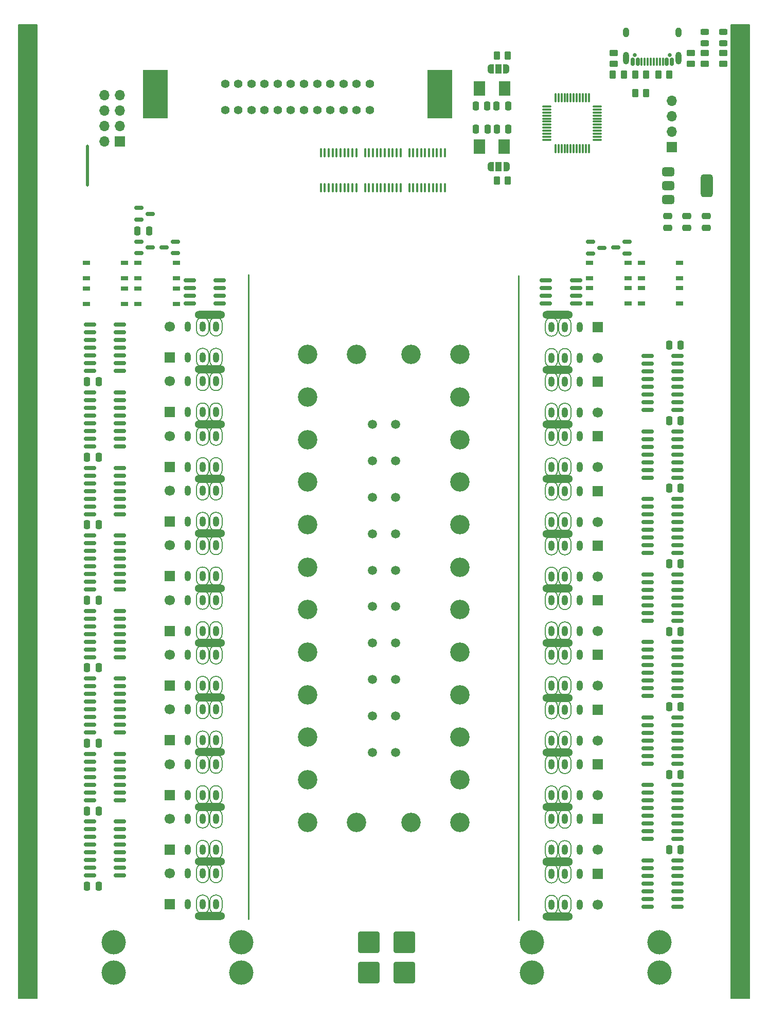
<source format=gbr>
%TF.GenerationSoftware,KiCad,Pcbnew,8.0.9-8.0.9-0~ubuntu24.04.1*%
%TF.CreationDate,2025-03-26T21:18:20+01:00*%
%TF.ProjectId,xResistorTranferBank,78526573-6973-4746-9f72-5472616e6665,rev?*%
%TF.SameCoordinates,Original*%
%TF.FileFunction,Soldermask,Top*%
%TF.FilePolarity,Negative*%
%FSLAX46Y46*%
G04 Gerber Fmt 4.6, Leading zero omitted, Abs format (unit mm)*
G04 Created by KiCad (PCBNEW 8.0.9-8.0.9-0~ubuntu24.04.1) date 2025-03-26 21:18:20*
%MOMM*%
%LPD*%
G01*
G04 APERTURE LIST*
G04 Aperture macros list*
%AMRoundRect*
0 Rectangle with rounded corners*
0 $1 Rounding radius*
0 $2 $3 $4 $5 $6 $7 $8 $9 X,Y pos of 4 corners*
0 Add a 4 corners polygon primitive as box body*
4,1,4,$2,$3,$4,$5,$6,$7,$8,$9,$2,$3,0*
0 Add four circle primitives for the rounded corners*
1,1,$1+$1,$2,$3*
1,1,$1+$1,$4,$5*
1,1,$1+$1,$6,$7*
1,1,$1+$1,$8,$9*
0 Add four rect primitives between the rounded corners*
20,1,$1+$1,$2,$3,$4,$5,0*
20,1,$1+$1,$4,$5,$6,$7,0*
20,1,$1+$1,$6,$7,$8,$9,0*
20,1,$1+$1,$8,$9,$2,$3,0*%
%AMFreePoly0*
4,1,19,0.550000,-0.750000,0.000000,-0.750000,0.000000,-0.744911,-0.071157,-0.744911,-0.207708,-0.704816,-0.327430,-0.627875,-0.420627,-0.520320,-0.479746,-0.390866,-0.500000,-0.250000,-0.500000,0.250000,-0.479746,0.390866,-0.420627,0.520320,-0.327430,0.627875,-0.207708,0.704816,-0.071157,0.744911,0.000000,0.744911,0.000000,0.750000,0.550000,0.750000,0.550000,-0.750000,0.550000,-0.750000,
$1*%
%AMFreePoly1*
4,1,19,0.000000,0.744911,0.071157,0.744911,0.207708,0.704816,0.327430,0.627875,0.420627,0.520320,0.479746,0.390866,0.500000,0.250000,0.500000,-0.250000,0.479746,-0.390866,0.420627,-0.520320,0.327430,-0.627875,0.207708,-0.704816,0.071157,-0.744911,0.000000,-0.744911,0.000000,-0.750000,-0.550000,-0.750000,-0.550000,0.750000,0.000000,0.750000,0.000000,0.744911,0.000000,0.744911,
$1*%
%AMFreePoly2*
4,1,5,2.000000,-4.000000,-2.000000,-4.000000,-2.000000,4.000000,2.000000,4.000000,2.000000,-4.000000,2.000000,-4.000000,$1*%
G04 Aperture macros list end*
%ADD10C,0.250000*%
%ADD11C,0.150000*%
%ADD12C,0.500000*%
%ADD13C,0.200000*%
%ADD14RoundRect,0.150000X-0.825000X-0.150000X0.825000X-0.150000X0.825000X0.150000X-0.825000X0.150000X0*%
%ADD15RoundRect,0.250000X0.250000X0.475000X-0.250000X0.475000X-0.250000X-0.475000X0.250000X-0.475000X0*%
%ADD16R,1.700000X1.700000*%
%ADD17O,1.000000X1.700000*%
%ADD18C,1.700000*%
%ADD19O,5.000000X1.300000*%
%ADD20RoundRect,0.150000X0.825000X0.150000X-0.825000X0.150000X-0.825000X-0.150000X0.825000X-0.150000X0*%
%ADD21R,1.200000X0.800000*%
%ADD22FreePoly0,180.000000*%
%ADD23R,1.000000X1.500000*%
%ADD24FreePoly1,180.000000*%
%ADD25RoundRect,0.250000X0.450000X-0.262500X0.450000X0.262500X-0.450000X0.262500X-0.450000X-0.262500X0*%
%ADD26RoundRect,0.243750X-0.456250X0.243750X-0.456250X-0.243750X0.456250X-0.243750X0.456250X0.243750X0*%
%ADD27RoundRect,0.250000X-0.450000X0.262500X-0.450000X-0.262500X0.450000X-0.262500X0.450000X0.262500X0*%
%ADD28O,1.700000X1.700000*%
%ADD29RoundRect,0.250000X0.262500X0.450000X-0.262500X0.450000X-0.262500X-0.450000X0.262500X-0.450000X0*%
%ADD30C,4.000000*%
%ADD31RoundRect,0.250002X1.499998X-1.499998X1.499998X1.499998X-1.499998X1.499998X-1.499998X-1.499998X0*%
%ADD32RoundRect,0.150000X-0.587500X-0.150000X0.587500X-0.150000X0.587500X0.150000X-0.587500X0.150000X0*%
%ADD33RoundRect,0.250000X-0.475000X0.250000X-0.475000X-0.250000X0.475000X-0.250000X0.475000X0.250000X0*%
%ADD34C,0.650000*%
%ADD35RoundRect,0.150000X0.150000X0.500000X-0.150000X0.500000X-0.150000X-0.500000X0.150000X-0.500000X0*%
%ADD36RoundRect,0.075000X0.075000X0.575000X-0.075000X0.575000X-0.075000X-0.575000X0.075000X-0.575000X0*%
%ADD37O,1.000000X2.100000*%
%ADD38O,1.000000X1.600000*%
%ADD39RoundRect,0.150000X0.587500X0.150000X-0.587500X0.150000X-0.587500X-0.150000X0.587500X-0.150000X0*%
%ADD40RoundRect,0.250000X-0.250000X-0.475000X0.250000X-0.475000X0.250000X0.475000X-0.250000X0.475000X0*%
%ADD41R,1.900000X2.400000*%
%ADD42RoundRect,0.375000X-0.625000X-0.375000X0.625000X-0.375000X0.625000X0.375000X-0.625000X0.375000X0*%
%ADD43RoundRect,0.500000X-0.500000X-1.400000X0.500000X-1.400000X0.500000X1.400000X-0.500000X1.400000X0*%
%ADD44C,3.200000*%
%ADD45C,1.500000*%
%ADD46RoundRect,0.100000X0.100000X-0.637500X0.100000X0.637500X-0.100000X0.637500X-0.100000X-0.637500X0*%
%ADD47RoundRect,0.250002X-1.499998X1.499998X-1.499998X-1.499998X1.499998X-1.499998X1.499998X1.499998X0*%
%ADD48C,1.400000*%
%ADD49FreePoly2,180.000000*%
%ADD50RoundRect,0.250000X-0.262500X-0.450000X0.262500X-0.450000X0.262500X0.450000X-0.262500X0.450000X0*%
%ADD51RoundRect,0.075000X-0.662500X-0.075000X0.662500X-0.075000X0.662500X0.075000X-0.662500X0.075000X0*%
%ADD52RoundRect,0.075000X-0.075000X-0.662500X0.075000X-0.662500X0.075000X0.662500X-0.075000X0.662500X0*%
G04 APERTURE END LIST*
D10*
X109700000Y-170400000D02*
X109700000Y-64300000D01*
D11*
X144657500Y-22984000D02*
X147657500Y-22984000D01*
X147657500Y-183234000D01*
X144657500Y-183234000D01*
X144657500Y-22984000D01*
G36*
X144657500Y-22984000D02*
G01*
X147657500Y-22984000D01*
X147657500Y-183234000D01*
X144657500Y-183234000D01*
X144657500Y-22984000D01*
G37*
X27407500Y-22984000D02*
X30407500Y-22984000D01*
X30407500Y-183234000D01*
X27407500Y-183234000D01*
X27407500Y-22984000D01*
G36*
X27407500Y-22984000D02*
G01*
X30407500Y-22984000D01*
X30407500Y-183234000D01*
X27407500Y-183234000D01*
X27407500Y-22984000D01*
G37*
D12*
X38700000Y-49400000D02*
X38700000Y-43000000D01*
D10*
X65200000Y-170200000D02*
X65200000Y-64100000D01*
D13*
%TO.C,K10*%
X56652650Y-126189600D02*
X56652650Y-127205600D01*
X56652650Y-131269600D02*
X56652650Y-132285600D01*
X58684650Y-127205600D02*
X58684650Y-126189600D01*
X58684650Y-132285600D02*
X58684650Y-131269600D01*
X58852650Y-126189600D02*
X58852650Y-127205600D01*
X58852650Y-131269600D02*
X58852650Y-132285600D01*
X60884650Y-127205600D02*
X60884650Y-126189600D01*
X60884650Y-132285600D02*
X60884650Y-131269600D01*
X56652650Y-126189600D02*
G75*
G02*
X58684650Y-126189600I1016000J0D01*
G01*
X56652650Y-131269600D02*
G75*
G02*
X58684650Y-131269600I1016000J0D01*
G01*
X58684650Y-127205600D02*
G75*
G02*
X56652650Y-127205600I-1016000J0D01*
G01*
X58684650Y-132285600D02*
G75*
G02*
X56652650Y-132285600I-1016000J0D01*
G01*
X58852650Y-126189600D02*
G75*
G02*
X60884650Y-126189600I1016000J0D01*
G01*
X58852650Y-131269600D02*
G75*
G02*
X60884650Y-131269600I1016000J0D01*
G01*
X60884650Y-127205600D02*
G75*
G02*
X58852650Y-127205600I-1016000J0D01*
G01*
X60884650Y-132285600D02*
G75*
G02*
X58852650Y-132285600I-1016000J0D01*
G01*
%TO.C,K22*%
X56652650Y-72189600D02*
X56652650Y-73205600D01*
X56652650Y-77269600D02*
X56652650Y-78285600D01*
X58684650Y-73205600D02*
X58684650Y-72189600D01*
X58684650Y-78285600D02*
X58684650Y-77269600D01*
X58852650Y-72189600D02*
X58852650Y-73205600D01*
X58852650Y-77269600D02*
X58852650Y-78285600D01*
X60884650Y-73205600D02*
X60884650Y-72189600D01*
X60884650Y-78285600D02*
X60884650Y-77269600D01*
X56652650Y-72189600D02*
G75*
G02*
X58684650Y-72189600I1016000J0D01*
G01*
X56652650Y-77269600D02*
G75*
G02*
X58684650Y-77269600I1016000J0D01*
G01*
X58684650Y-73205600D02*
G75*
G02*
X56652650Y-73205600I-1016000J0D01*
G01*
X58684650Y-78285600D02*
G75*
G02*
X56652650Y-78285600I-1016000J0D01*
G01*
X58852650Y-72189600D02*
G75*
G02*
X60884650Y-72189600I1016000J0D01*
G01*
X58852650Y-77269600D02*
G75*
G02*
X60884650Y-77269600I1016000J0D01*
G01*
X60884650Y-73205600D02*
G75*
G02*
X58852650Y-73205600I-1016000J0D01*
G01*
X60884650Y-78285600D02*
G75*
G02*
X58852650Y-78285600I-1016000J0D01*
G01*
%TO.C,K17*%
X114078550Y-90226000D02*
X114078550Y-91242000D01*
X114078550Y-95306000D02*
X114078550Y-96322000D01*
X116110550Y-91242000D02*
X116110550Y-90226000D01*
X116110550Y-96322000D02*
X116110550Y-95306000D01*
X116278550Y-90226000D02*
X116278550Y-91242000D01*
X116278550Y-95306000D02*
X116278550Y-96322000D01*
X118310550Y-91242000D02*
X118310550Y-90226000D01*
X118310550Y-96322000D02*
X118310550Y-95306000D01*
X114078550Y-90226000D02*
G75*
G02*
X116110550Y-90226000I1016000J0D01*
G01*
X114078550Y-95306000D02*
G75*
G02*
X116110550Y-95306000I1016000J0D01*
G01*
X116110550Y-91242000D02*
G75*
G02*
X114078550Y-91242000I-1016000J0D01*
G01*
X116110550Y-96322000D02*
G75*
G02*
X114078550Y-96322000I-1016000J0D01*
G01*
X116278550Y-90226000D02*
G75*
G02*
X118310550Y-90226000I1016000J0D01*
G01*
X116278550Y-95306000D02*
G75*
G02*
X118310550Y-95306000I1016000J0D01*
G01*
X118310550Y-91242000D02*
G75*
G02*
X116278550Y-91242000I-1016000J0D01*
G01*
X118310550Y-96322000D02*
G75*
G02*
X116278550Y-96322000I-1016000J0D01*
G01*
%TO.C,K13*%
X114078550Y-108226000D02*
X114078550Y-109242000D01*
X114078550Y-113306000D02*
X114078550Y-114322000D01*
X116110550Y-109242000D02*
X116110550Y-108226000D01*
X116110550Y-114322000D02*
X116110550Y-113306000D01*
X116278550Y-108226000D02*
X116278550Y-109242000D01*
X116278550Y-113306000D02*
X116278550Y-114322000D01*
X118310550Y-109242000D02*
X118310550Y-108226000D01*
X118310550Y-114322000D02*
X118310550Y-113306000D01*
X114078550Y-108226000D02*
G75*
G02*
X116110550Y-108226000I1016000J0D01*
G01*
X114078550Y-113306000D02*
G75*
G02*
X116110550Y-113306000I1016000J0D01*
G01*
X116110550Y-109242000D02*
G75*
G02*
X114078550Y-109242000I-1016000J0D01*
G01*
X116110550Y-114322000D02*
G75*
G02*
X114078550Y-114322000I-1016000J0D01*
G01*
X116278550Y-108226000D02*
G75*
G02*
X118310550Y-108226000I1016000J0D01*
G01*
X116278550Y-113306000D02*
G75*
G02*
X118310550Y-113306000I1016000J0D01*
G01*
X118310550Y-109242000D02*
G75*
G02*
X116278550Y-109242000I-1016000J0D01*
G01*
X118310550Y-114322000D02*
G75*
G02*
X116278550Y-114322000I-1016000J0D01*
G01*
%TO.C,K2*%
X56652650Y-162189600D02*
X56652650Y-163205600D01*
X56652650Y-167269600D02*
X56652650Y-168285600D01*
X58684650Y-163205600D02*
X58684650Y-162189600D01*
X58684650Y-168285600D02*
X58684650Y-167269600D01*
X58852650Y-162189600D02*
X58852650Y-163205600D01*
X58852650Y-167269600D02*
X58852650Y-168285600D01*
X60884650Y-163205600D02*
X60884650Y-162189600D01*
X60884650Y-168285600D02*
X60884650Y-167269600D01*
X56652650Y-162189600D02*
G75*
G02*
X58684650Y-162189600I1016000J0D01*
G01*
X56652650Y-167269600D02*
G75*
G02*
X58684650Y-167269600I1016000J0D01*
G01*
X58684650Y-163205600D02*
G75*
G02*
X56652650Y-163205600I-1016000J0D01*
G01*
X58684650Y-168285600D02*
G75*
G02*
X56652650Y-168285600I-1016000J0D01*
G01*
X58852650Y-162189600D02*
G75*
G02*
X60884650Y-162189600I1016000J0D01*
G01*
X58852650Y-167269600D02*
G75*
G02*
X60884650Y-167269600I1016000J0D01*
G01*
X60884650Y-163205600D02*
G75*
G02*
X58852650Y-163205600I-1016000J0D01*
G01*
X60884650Y-168285600D02*
G75*
G02*
X58852650Y-168285600I-1016000J0D01*
G01*
%TO.C,K8*%
X56652650Y-135189600D02*
X56652650Y-136205600D01*
X56652650Y-140269600D02*
X56652650Y-141285600D01*
X58684650Y-136205600D02*
X58684650Y-135189600D01*
X58684650Y-141285600D02*
X58684650Y-140269600D01*
X58852650Y-135189600D02*
X58852650Y-136205600D01*
X58852650Y-140269600D02*
X58852650Y-141285600D01*
X60884650Y-136205600D02*
X60884650Y-135189600D01*
X60884650Y-141285600D02*
X60884650Y-140269600D01*
X56652650Y-135189600D02*
G75*
G02*
X58684650Y-135189600I1016000J0D01*
G01*
X56652650Y-140269600D02*
G75*
G02*
X58684650Y-140269600I1016000J0D01*
G01*
X58684650Y-136205600D02*
G75*
G02*
X56652650Y-136205600I-1016000J0D01*
G01*
X58684650Y-141285600D02*
G75*
G02*
X56652650Y-141285600I-1016000J0D01*
G01*
X58852650Y-135189600D02*
G75*
G02*
X60884650Y-135189600I1016000J0D01*
G01*
X58852650Y-140269600D02*
G75*
G02*
X60884650Y-140269600I1016000J0D01*
G01*
X60884650Y-136205600D02*
G75*
G02*
X58852650Y-136205600I-1016000J0D01*
G01*
X60884650Y-141285600D02*
G75*
G02*
X58852650Y-141285600I-1016000J0D01*
G01*
%TO.C,K7*%
X114078550Y-135226000D02*
X114078550Y-136242000D01*
X114078550Y-140306000D02*
X114078550Y-141322000D01*
X116110550Y-136242000D02*
X116110550Y-135226000D01*
X116110550Y-141322000D02*
X116110550Y-140306000D01*
X116278550Y-135226000D02*
X116278550Y-136242000D01*
X116278550Y-140306000D02*
X116278550Y-141322000D01*
X118310550Y-136242000D02*
X118310550Y-135226000D01*
X118310550Y-141322000D02*
X118310550Y-140306000D01*
X114078550Y-135226000D02*
G75*
G02*
X116110550Y-135226000I1016000J0D01*
G01*
X114078550Y-140306000D02*
G75*
G02*
X116110550Y-140306000I1016000J0D01*
G01*
X116110550Y-136242000D02*
G75*
G02*
X114078550Y-136242000I-1016000J0D01*
G01*
X116110550Y-141322000D02*
G75*
G02*
X114078550Y-141322000I-1016000J0D01*
G01*
X116278550Y-135226000D02*
G75*
G02*
X118310550Y-135226000I1016000J0D01*
G01*
X116278550Y-140306000D02*
G75*
G02*
X118310550Y-140306000I1016000J0D01*
G01*
X118310550Y-136242000D02*
G75*
G02*
X116278550Y-136242000I-1016000J0D01*
G01*
X118310550Y-141322000D02*
G75*
G02*
X116278550Y-141322000I-1016000J0D01*
G01*
%TO.C,K16*%
X56652650Y-99189600D02*
X56652650Y-100205600D01*
X56652650Y-104269600D02*
X56652650Y-105285600D01*
X58684650Y-100205600D02*
X58684650Y-99189600D01*
X58684650Y-105285600D02*
X58684650Y-104269600D01*
X58852650Y-99189600D02*
X58852650Y-100205600D01*
X58852650Y-104269600D02*
X58852650Y-105285600D01*
X60884650Y-100205600D02*
X60884650Y-99189600D01*
X60884650Y-105285600D02*
X60884650Y-104269600D01*
X56652650Y-99189600D02*
G75*
G02*
X58684650Y-99189600I1016000J0D01*
G01*
X56652650Y-104269600D02*
G75*
G02*
X58684650Y-104269600I1016000J0D01*
G01*
X58684650Y-100205600D02*
G75*
G02*
X56652650Y-100205600I-1016000J0D01*
G01*
X58684650Y-105285600D02*
G75*
G02*
X56652650Y-105285600I-1016000J0D01*
G01*
X58852650Y-99189600D02*
G75*
G02*
X60884650Y-99189600I1016000J0D01*
G01*
X58852650Y-104269600D02*
G75*
G02*
X60884650Y-104269600I1016000J0D01*
G01*
X60884650Y-100205600D02*
G75*
G02*
X58852650Y-100205600I-1016000J0D01*
G01*
X60884650Y-105285600D02*
G75*
G02*
X58852650Y-105285600I-1016000J0D01*
G01*
%TO.C,K21*%
X114078550Y-72226000D02*
X114078550Y-73242000D01*
X114078550Y-77306000D02*
X114078550Y-78322000D01*
X116110550Y-73242000D02*
X116110550Y-72226000D01*
X116110550Y-78322000D02*
X116110550Y-77306000D01*
X116278550Y-72226000D02*
X116278550Y-73242000D01*
X116278550Y-77306000D02*
X116278550Y-78322000D01*
X118310550Y-73242000D02*
X118310550Y-72226000D01*
X118310550Y-78322000D02*
X118310550Y-77306000D01*
X114078550Y-72226000D02*
G75*
G02*
X116110550Y-72226000I1016000J0D01*
G01*
X114078550Y-77306000D02*
G75*
G02*
X116110550Y-77306000I1016000J0D01*
G01*
X116110550Y-73242000D02*
G75*
G02*
X114078550Y-73242000I-1016000J0D01*
G01*
X116110550Y-78322000D02*
G75*
G02*
X114078550Y-78322000I-1016000J0D01*
G01*
X116278550Y-72226000D02*
G75*
G02*
X118310550Y-72226000I1016000J0D01*
G01*
X116278550Y-77306000D02*
G75*
G02*
X118310550Y-77306000I1016000J0D01*
G01*
X118310550Y-73242000D02*
G75*
G02*
X116278550Y-73242000I-1016000J0D01*
G01*
X118310550Y-78322000D02*
G75*
G02*
X116278550Y-78322000I-1016000J0D01*
G01*
%TO.C,K3*%
X114078550Y-153226000D02*
X114078550Y-154242000D01*
X114078550Y-158306000D02*
X114078550Y-159322000D01*
X116110550Y-154242000D02*
X116110550Y-153226000D01*
X116110550Y-159322000D02*
X116110550Y-158306000D01*
X116278550Y-153226000D02*
X116278550Y-154242000D01*
X116278550Y-158306000D02*
X116278550Y-159322000D01*
X118310550Y-154242000D02*
X118310550Y-153226000D01*
X118310550Y-159322000D02*
X118310550Y-158306000D01*
X114078550Y-153226000D02*
G75*
G02*
X116110550Y-153226000I1016000J0D01*
G01*
X114078550Y-158306000D02*
G75*
G02*
X116110550Y-158306000I1016000J0D01*
G01*
X116110550Y-154242000D02*
G75*
G02*
X114078550Y-154242000I-1016000J0D01*
G01*
X116110550Y-159322000D02*
G75*
G02*
X114078550Y-159322000I-1016000J0D01*
G01*
X116278550Y-153226000D02*
G75*
G02*
X118310550Y-153226000I1016000J0D01*
G01*
X116278550Y-158306000D02*
G75*
G02*
X118310550Y-158306000I1016000J0D01*
G01*
X118310550Y-154242000D02*
G75*
G02*
X116278550Y-154242000I-1016000J0D01*
G01*
X118310550Y-159322000D02*
G75*
G02*
X116278550Y-159322000I-1016000J0D01*
G01*
%TO.C,K19*%
X114078550Y-81226000D02*
X114078550Y-82242000D01*
X114078550Y-86306000D02*
X114078550Y-87322000D01*
X116110550Y-82242000D02*
X116110550Y-81226000D01*
X116110550Y-87322000D02*
X116110550Y-86306000D01*
X116278550Y-81226000D02*
X116278550Y-82242000D01*
X116278550Y-86306000D02*
X116278550Y-87322000D01*
X118310550Y-82242000D02*
X118310550Y-81226000D01*
X118310550Y-87322000D02*
X118310550Y-86306000D01*
X114078550Y-81226000D02*
G75*
G02*
X116110550Y-81226000I1016000J0D01*
G01*
X114078550Y-86306000D02*
G75*
G02*
X116110550Y-86306000I1016000J0D01*
G01*
X116110550Y-82242000D02*
G75*
G02*
X114078550Y-82242000I-1016000J0D01*
G01*
X116110550Y-87322000D02*
G75*
G02*
X114078550Y-87322000I-1016000J0D01*
G01*
X116278550Y-81226000D02*
G75*
G02*
X118310550Y-81226000I1016000J0D01*
G01*
X116278550Y-86306000D02*
G75*
G02*
X118310550Y-86306000I1016000J0D01*
G01*
X118310550Y-82242000D02*
G75*
G02*
X116278550Y-82242000I-1016000J0D01*
G01*
X118310550Y-87322000D02*
G75*
G02*
X116278550Y-87322000I-1016000J0D01*
G01*
%TO.C,K15*%
X114078550Y-99226000D02*
X114078550Y-100242000D01*
X114078550Y-104306000D02*
X114078550Y-105322000D01*
X116110550Y-100242000D02*
X116110550Y-99226000D01*
X116110550Y-105322000D02*
X116110550Y-104306000D01*
X116278550Y-99226000D02*
X116278550Y-100242000D01*
X116278550Y-104306000D02*
X116278550Y-105322000D01*
X118310550Y-100242000D02*
X118310550Y-99226000D01*
X118310550Y-105322000D02*
X118310550Y-104306000D01*
X114078550Y-99226000D02*
G75*
G02*
X116110550Y-99226000I1016000J0D01*
G01*
X114078550Y-104306000D02*
G75*
G02*
X116110550Y-104306000I1016000J0D01*
G01*
X116110550Y-100242000D02*
G75*
G02*
X114078550Y-100242000I-1016000J0D01*
G01*
X116110550Y-105322000D02*
G75*
G02*
X114078550Y-105322000I-1016000J0D01*
G01*
X116278550Y-99226000D02*
G75*
G02*
X118310550Y-99226000I1016000J0D01*
G01*
X116278550Y-104306000D02*
G75*
G02*
X118310550Y-104306000I1016000J0D01*
G01*
X118310550Y-100242000D02*
G75*
G02*
X116278550Y-100242000I-1016000J0D01*
G01*
X118310550Y-105322000D02*
G75*
G02*
X116278550Y-105322000I-1016000J0D01*
G01*
%TO.C,K4*%
X56652650Y-153189600D02*
X56652650Y-154205600D01*
X56652650Y-158269600D02*
X56652650Y-159285600D01*
X58684650Y-154205600D02*
X58684650Y-153189600D01*
X58684650Y-159285600D02*
X58684650Y-158269600D01*
X58852650Y-153189600D02*
X58852650Y-154205600D01*
X58852650Y-158269600D02*
X58852650Y-159285600D01*
X60884650Y-154205600D02*
X60884650Y-153189600D01*
X60884650Y-159285600D02*
X60884650Y-158269600D01*
X56652650Y-153189600D02*
G75*
G02*
X58684650Y-153189600I1016000J0D01*
G01*
X56652650Y-158269600D02*
G75*
G02*
X58684650Y-158269600I1016000J0D01*
G01*
X58684650Y-154205600D02*
G75*
G02*
X56652650Y-154205600I-1016000J0D01*
G01*
X58684650Y-159285600D02*
G75*
G02*
X56652650Y-159285600I-1016000J0D01*
G01*
X58852650Y-153189600D02*
G75*
G02*
X60884650Y-153189600I1016000J0D01*
G01*
X58852650Y-158269600D02*
G75*
G02*
X60884650Y-158269600I1016000J0D01*
G01*
X60884650Y-154205600D02*
G75*
G02*
X58852650Y-154205600I-1016000J0D01*
G01*
X60884650Y-159285600D02*
G75*
G02*
X58852650Y-159285600I-1016000J0D01*
G01*
%TO.C,K9*%
X114078550Y-126226000D02*
X114078550Y-127242000D01*
X114078550Y-131306000D02*
X114078550Y-132322000D01*
X116110550Y-127242000D02*
X116110550Y-126226000D01*
X116110550Y-132322000D02*
X116110550Y-131306000D01*
X116278550Y-126226000D02*
X116278550Y-127242000D01*
X116278550Y-131306000D02*
X116278550Y-132322000D01*
X118310550Y-127242000D02*
X118310550Y-126226000D01*
X118310550Y-132322000D02*
X118310550Y-131306000D01*
X114078550Y-126226000D02*
G75*
G02*
X116110550Y-126226000I1016000J0D01*
G01*
X114078550Y-131306000D02*
G75*
G02*
X116110550Y-131306000I1016000J0D01*
G01*
X116110550Y-127242000D02*
G75*
G02*
X114078550Y-127242000I-1016000J0D01*
G01*
X116110550Y-132322000D02*
G75*
G02*
X114078550Y-132322000I-1016000J0D01*
G01*
X116278550Y-126226000D02*
G75*
G02*
X118310550Y-126226000I1016000J0D01*
G01*
X116278550Y-131306000D02*
G75*
G02*
X118310550Y-131306000I1016000J0D01*
G01*
X118310550Y-127242000D02*
G75*
G02*
X116278550Y-127242000I-1016000J0D01*
G01*
X118310550Y-132322000D02*
G75*
G02*
X116278550Y-132322000I-1016000J0D01*
G01*
%TO.C,K12*%
X56652650Y-117189600D02*
X56652650Y-118205600D01*
X56652650Y-122269600D02*
X56652650Y-123285600D01*
X58684650Y-118205600D02*
X58684650Y-117189600D01*
X58684650Y-123285600D02*
X58684650Y-122269600D01*
X58852650Y-117189600D02*
X58852650Y-118205600D01*
X58852650Y-122269600D02*
X58852650Y-123285600D01*
X60884650Y-118205600D02*
X60884650Y-117189600D01*
X60884650Y-123285600D02*
X60884650Y-122269600D01*
X56652650Y-117189600D02*
G75*
G02*
X58684650Y-117189600I1016000J0D01*
G01*
X56652650Y-122269600D02*
G75*
G02*
X58684650Y-122269600I1016000J0D01*
G01*
X58684650Y-118205600D02*
G75*
G02*
X56652650Y-118205600I-1016000J0D01*
G01*
X58684650Y-123285600D02*
G75*
G02*
X56652650Y-123285600I-1016000J0D01*
G01*
X58852650Y-117189600D02*
G75*
G02*
X60884650Y-117189600I1016000J0D01*
G01*
X58852650Y-122269600D02*
G75*
G02*
X60884650Y-122269600I1016000J0D01*
G01*
X60884650Y-118205600D02*
G75*
G02*
X58852650Y-118205600I-1016000J0D01*
G01*
X60884650Y-123285600D02*
G75*
G02*
X58852650Y-123285600I-1016000J0D01*
G01*
%TO.C,K1*%
X114081650Y-162229600D02*
X114081650Y-163245600D01*
X114081650Y-167309600D02*
X114081650Y-168325600D01*
X116113650Y-163245600D02*
X116113650Y-162229600D01*
X116113650Y-168325600D02*
X116113650Y-167309600D01*
X116281650Y-162229600D02*
X116281650Y-163245600D01*
X116281650Y-167309600D02*
X116281650Y-168325600D01*
X118313650Y-163245600D02*
X118313650Y-162229600D01*
X118313650Y-168325600D02*
X118313650Y-167309600D01*
X114081650Y-162229600D02*
G75*
G02*
X116113650Y-162229600I1016000J0D01*
G01*
X114081650Y-167309600D02*
G75*
G02*
X116113650Y-167309600I1016000J0D01*
G01*
X116113650Y-163245600D02*
G75*
G02*
X114081650Y-163245600I-1016000J0D01*
G01*
X116113650Y-168325600D02*
G75*
G02*
X114081650Y-168325600I-1016000J0D01*
G01*
X116281650Y-162229600D02*
G75*
G02*
X118313650Y-162229600I1016000J0D01*
G01*
X116281650Y-167309600D02*
G75*
G02*
X118313650Y-167309600I1016000J0D01*
G01*
X118313650Y-163245600D02*
G75*
G02*
X116281650Y-163245600I-1016000J0D01*
G01*
X118313650Y-168325600D02*
G75*
G02*
X116281650Y-168325600I-1016000J0D01*
G01*
%TO.C,K18*%
X56652650Y-90189600D02*
X56652650Y-91205600D01*
X56652650Y-95269600D02*
X56652650Y-96285600D01*
X58684650Y-91205600D02*
X58684650Y-90189600D01*
X58684650Y-96285600D02*
X58684650Y-95269600D01*
X58852650Y-90189600D02*
X58852650Y-91205600D01*
X58852650Y-95269600D02*
X58852650Y-96285600D01*
X60884650Y-91205600D02*
X60884650Y-90189600D01*
X60884650Y-96285600D02*
X60884650Y-95269600D01*
X56652650Y-90189600D02*
G75*
G02*
X58684650Y-90189600I1016000J0D01*
G01*
X56652650Y-95269600D02*
G75*
G02*
X58684650Y-95269600I1016000J0D01*
G01*
X58684650Y-91205600D02*
G75*
G02*
X56652650Y-91205600I-1016000J0D01*
G01*
X58684650Y-96285600D02*
G75*
G02*
X56652650Y-96285600I-1016000J0D01*
G01*
X58852650Y-90189600D02*
G75*
G02*
X60884650Y-90189600I1016000J0D01*
G01*
X58852650Y-95269600D02*
G75*
G02*
X60884650Y-95269600I1016000J0D01*
G01*
X60884650Y-91205600D02*
G75*
G02*
X58852650Y-91205600I-1016000J0D01*
G01*
X60884650Y-96285600D02*
G75*
G02*
X58852650Y-96285600I-1016000J0D01*
G01*
%TO.C,K20*%
X56652650Y-81189600D02*
X56652650Y-82205600D01*
X56652650Y-86269600D02*
X56652650Y-87285600D01*
X58684650Y-82205600D02*
X58684650Y-81189600D01*
X58684650Y-87285600D02*
X58684650Y-86269600D01*
X58852650Y-81189600D02*
X58852650Y-82205600D01*
X58852650Y-86269600D02*
X58852650Y-87285600D01*
X60884650Y-82205600D02*
X60884650Y-81189600D01*
X60884650Y-87285600D02*
X60884650Y-86269600D01*
X56652650Y-81189600D02*
G75*
G02*
X58684650Y-81189600I1016000J0D01*
G01*
X56652650Y-86269600D02*
G75*
G02*
X58684650Y-86269600I1016000J0D01*
G01*
X58684650Y-82205600D02*
G75*
G02*
X56652650Y-82205600I-1016000J0D01*
G01*
X58684650Y-87285600D02*
G75*
G02*
X56652650Y-87285600I-1016000J0D01*
G01*
X58852650Y-81189600D02*
G75*
G02*
X60884650Y-81189600I1016000J0D01*
G01*
X58852650Y-86269600D02*
G75*
G02*
X60884650Y-86269600I1016000J0D01*
G01*
X60884650Y-82205600D02*
G75*
G02*
X58852650Y-82205600I-1016000J0D01*
G01*
X60884650Y-87285600D02*
G75*
G02*
X58852650Y-87285600I-1016000J0D01*
G01*
%TO.C,K14*%
X56652650Y-108189600D02*
X56652650Y-109205600D01*
X56652650Y-113269600D02*
X56652650Y-114285600D01*
X58684650Y-109205600D02*
X58684650Y-108189600D01*
X58684650Y-114285600D02*
X58684650Y-113269600D01*
X58852650Y-108189600D02*
X58852650Y-109205600D01*
X58852650Y-113269600D02*
X58852650Y-114285600D01*
X60884650Y-109205600D02*
X60884650Y-108189600D01*
X60884650Y-114285600D02*
X60884650Y-113269600D01*
X56652650Y-108189600D02*
G75*
G02*
X58684650Y-108189600I1016000J0D01*
G01*
X56652650Y-113269600D02*
G75*
G02*
X58684650Y-113269600I1016000J0D01*
G01*
X58684650Y-109205600D02*
G75*
G02*
X56652650Y-109205600I-1016000J0D01*
G01*
X58684650Y-114285600D02*
G75*
G02*
X56652650Y-114285600I-1016000J0D01*
G01*
X58852650Y-108189600D02*
G75*
G02*
X60884650Y-108189600I1016000J0D01*
G01*
X58852650Y-113269600D02*
G75*
G02*
X60884650Y-113269600I1016000J0D01*
G01*
X60884650Y-109205600D02*
G75*
G02*
X58852650Y-109205600I-1016000J0D01*
G01*
X60884650Y-114285600D02*
G75*
G02*
X58852650Y-114285600I-1016000J0D01*
G01*
%TO.C,K6*%
X56652650Y-144189600D02*
X56652650Y-145205600D01*
X56652650Y-149269600D02*
X56652650Y-150285600D01*
X58684650Y-145205600D02*
X58684650Y-144189600D01*
X58684650Y-150285600D02*
X58684650Y-149269600D01*
X58852650Y-144189600D02*
X58852650Y-145205600D01*
X58852650Y-149269600D02*
X58852650Y-150285600D01*
X60884650Y-145205600D02*
X60884650Y-144189600D01*
X60884650Y-150285600D02*
X60884650Y-149269600D01*
X56652650Y-144189600D02*
G75*
G02*
X58684650Y-144189600I1016000J0D01*
G01*
X56652650Y-149269600D02*
G75*
G02*
X58684650Y-149269600I1016000J0D01*
G01*
X58684650Y-145205600D02*
G75*
G02*
X56652650Y-145205600I-1016000J0D01*
G01*
X58684650Y-150285600D02*
G75*
G02*
X56652650Y-150285600I-1016000J0D01*
G01*
X58852650Y-144189600D02*
G75*
G02*
X60884650Y-144189600I1016000J0D01*
G01*
X58852650Y-149269600D02*
G75*
G02*
X60884650Y-149269600I1016000J0D01*
G01*
X60884650Y-145205600D02*
G75*
G02*
X58852650Y-145205600I-1016000J0D01*
G01*
X60884650Y-150285600D02*
G75*
G02*
X58852650Y-150285600I-1016000J0D01*
G01*
%TO.C,K5*%
X114078550Y-144226000D02*
X114078550Y-145242000D01*
X114078550Y-149306000D02*
X114078550Y-150322000D01*
X116110550Y-145242000D02*
X116110550Y-144226000D01*
X116110550Y-150322000D02*
X116110550Y-149306000D01*
X116278550Y-144226000D02*
X116278550Y-145242000D01*
X116278550Y-149306000D02*
X116278550Y-150322000D01*
X118310550Y-145242000D02*
X118310550Y-144226000D01*
X118310550Y-150322000D02*
X118310550Y-149306000D01*
X114078550Y-144226000D02*
G75*
G02*
X116110550Y-144226000I1016000J0D01*
G01*
X114078550Y-149306000D02*
G75*
G02*
X116110550Y-149306000I1016000J0D01*
G01*
X116110550Y-145242000D02*
G75*
G02*
X114078550Y-145242000I-1016000J0D01*
G01*
X116110550Y-150322000D02*
G75*
G02*
X114078550Y-150322000I-1016000J0D01*
G01*
X116278550Y-144226000D02*
G75*
G02*
X118310550Y-144226000I1016000J0D01*
G01*
X116278550Y-149306000D02*
G75*
G02*
X118310550Y-149306000I1016000J0D01*
G01*
X118310550Y-145242000D02*
G75*
G02*
X116278550Y-145242000I-1016000J0D01*
G01*
X118310550Y-150322000D02*
G75*
G02*
X116278550Y-150322000I-1016000J0D01*
G01*
%TO.C,K11*%
X114078550Y-117226000D02*
X114078550Y-118242000D01*
X114078550Y-122306000D02*
X114078550Y-123322000D01*
X116110550Y-118242000D02*
X116110550Y-117226000D01*
X116110550Y-123322000D02*
X116110550Y-122306000D01*
X116278550Y-117226000D02*
X116278550Y-118242000D01*
X116278550Y-122306000D02*
X116278550Y-123322000D01*
X118310550Y-118242000D02*
X118310550Y-117226000D01*
X118310550Y-123322000D02*
X118310550Y-122306000D01*
X114078550Y-117226000D02*
G75*
G02*
X116110550Y-117226000I1016000J0D01*
G01*
X114078550Y-122306000D02*
G75*
G02*
X116110550Y-122306000I1016000J0D01*
G01*
X116110550Y-118242000D02*
G75*
G02*
X114078550Y-118242000I-1016000J0D01*
G01*
X116110550Y-123322000D02*
G75*
G02*
X114078550Y-123322000I-1016000J0D01*
G01*
X116278550Y-117226000D02*
G75*
G02*
X118310550Y-117226000I1016000J0D01*
G01*
X116278550Y-122306000D02*
G75*
G02*
X118310550Y-122306000I1016000J0D01*
G01*
X118310550Y-118242000D02*
G75*
G02*
X116278550Y-118242000I-1016000J0D01*
G01*
X118310550Y-123322000D02*
G75*
G02*
X116278550Y-123322000I-1016000J0D01*
G01*
%TD*%
D14*
%TO.C,U23*%
X130907500Y-124602000D03*
X130907500Y-125872000D03*
X130907500Y-127142000D03*
X130907500Y-128412000D03*
X130907500Y-129682000D03*
X130907500Y-130952000D03*
X130907500Y-132222000D03*
X130907500Y-133492000D03*
X135857500Y-133492000D03*
X135857500Y-132222000D03*
X135857500Y-130952000D03*
X135857500Y-129682000D03*
X135857500Y-128412000D03*
X135857500Y-127142000D03*
X135857500Y-125872000D03*
X135857500Y-124602000D03*
%TD*%
D15*
%TO.C,C12*%
X136332500Y-158797000D03*
X134432500Y-158797000D03*
%TD*%
D16*
%TO.C,K10*%
X52248650Y-131777600D03*
D17*
X55248650Y-131777600D03*
X57648650Y-131777600D03*
X59848650Y-131777600D03*
X59848650Y-126697600D03*
X57648650Y-126697600D03*
X55248650Y-126697600D03*
D18*
X52248650Y-126697600D03*
D19*
X58852650Y-133737600D03*
X58852650Y-124737600D03*
%TD*%
D20*
%TO.C,U18*%
X44086150Y-80001600D03*
X44086150Y-78731600D03*
X44086150Y-77461600D03*
X44086150Y-76191600D03*
X44086150Y-74921600D03*
X44086150Y-73651600D03*
X44086150Y-72381600D03*
X39136150Y-72381600D03*
X39136150Y-73651600D03*
X39136150Y-74921600D03*
X39136150Y-76191600D03*
X39136150Y-77461600D03*
X39136150Y-78731600D03*
X39136150Y-80001600D03*
%TD*%
D21*
%TO.C,U5*%
X121390500Y-66365000D03*
X121390500Y-68905000D03*
X127690500Y-68905000D03*
X127690500Y-66365000D03*
%TD*%
D22*
%TO.C,JP2*%
X107674500Y-30297000D03*
D23*
X106374500Y-30297000D03*
D24*
X105074500Y-30297000D03*
%TD*%
D16*
%TO.C,K22*%
X52248650Y-77777600D03*
D17*
X55248650Y-77777600D03*
X57648650Y-77777600D03*
X59848650Y-77777600D03*
X59848650Y-72697600D03*
X57648650Y-72697600D03*
X55248650Y-72697600D03*
D18*
X52248650Y-72697600D03*
D19*
X58852650Y-79737600D03*
X58852650Y-70737600D03*
%TD*%
D25*
%TO.C,R9*%
X140313500Y-29431500D03*
X140313500Y-27606500D03*
%TD*%
D15*
%TO.C,C13*%
X136332500Y-135252000D03*
X134432500Y-135252000D03*
%TD*%
D26*
%TO.C,D2*%
X143328500Y-24152500D03*
X143328500Y-26027500D03*
%TD*%
D16*
%TO.C,K17*%
X122714550Y-90734000D03*
D17*
X119714550Y-90734000D03*
X117314550Y-90734000D03*
X115114550Y-90734000D03*
X115114550Y-95814000D03*
X117314550Y-95814000D03*
X119714550Y-95814000D03*
D18*
X122714550Y-95814000D03*
D19*
X116110550Y-88774000D03*
X116110550Y-97774000D03*
%TD*%
D21*
%TO.C,U7*%
X53344300Y-64739400D03*
X53344300Y-62199400D03*
X47044300Y-62199400D03*
X47044300Y-64739400D03*
%TD*%
D27*
%TO.C,R3*%
X138027500Y-27606500D03*
X138027500Y-29431500D03*
%TD*%
D16*
%TO.C,J2*%
X134937500Y-43104000D03*
D28*
X134937500Y-40564000D03*
X134937500Y-38024000D03*
X134937500Y-35484000D03*
%TD*%
D14*
%TO.C,U21*%
X130907500Y-101052000D03*
X130907500Y-102322000D03*
X130907500Y-103592000D03*
X130907500Y-104862000D03*
X130907500Y-106132000D03*
X130907500Y-107402000D03*
X130907500Y-108672000D03*
X130907500Y-109942000D03*
X135857500Y-109942000D03*
X135857500Y-108672000D03*
X135857500Y-107402000D03*
X135857500Y-106132000D03*
X135857500Y-104862000D03*
X135857500Y-103592000D03*
X135857500Y-102322000D03*
X135857500Y-101052000D03*
%TD*%
D20*
%TO.C,U12*%
X44086150Y-150641600D03*
X44086150Y-149371600D03*
X44086150Y-148101600D03*
X44086150Y-146831600D03*
X44086150Y-145561600D03*
X44086150Y-144291600D03*
X44086150Y-143021600D03*
X39136150Y-143021600D03*
X39136150Y-144291600D03*
X39136150Y-145561600D03*
X39136150Y-146831600D03*
X39136150Y-148101600D03*
X39136150Y-149371600D03*
X39136150Y-150641600D03*
%TD*%
D29*
%TO.C,R6*%
X130685000Y-31186000D03*
X128860000Y-31186000D03*
%TD*%
D16*
%TO.C,K13*%
X122714550Y-108734000D03*
D17*
X119714550Y-108734000D03*
X117314550Y-108734000D03*
X115114550Y-108734000D03*
X115114550Y-113814000D03*
X117314550Y-113814000D03*
X119714550Y-113814000D03*
D18*
X122714550Y-113814000D03*
D19*
X116110550Y-106774000D03*
X116110550Y-115774000D03*
%TD*%
D16*
%TO.C,K2*%
X52248650Y-167777600D03*
D17*
X55248650Y-167777600D03*
X57648650Y-167777600D03*
X59848650Y-167777600D03*
X59848650Y-162697600D03*
X57648650Y-162697600D03*
X55248650Y-162697600D03*
D18*
X52248650Y-162697600D03*
D19*
X58852650Y-169737600D03*
X58852650Y-160737600D03*
%TD*%
D26*
%TO.C,D3*%
X140313500Y-24152500D03*
X140313500Y-26027500D03*
%TD*%
D16*
%TO.C,K8*%
X52248650Y-140777600D03*
D17*
X55248650Y-140777600D03*
X57648650Y-140777600D03*
X59848650Y-140777600D03*
X59848650Y-135697600D03*
X57648650Y-135697600D03*
X55248650Y-135697600D03*
D18*
X52248650Y-135697600D03*
D19*
X58852650Y-142737600D03*
X58852650Y-133737600D03*
%TD*%
D20*
%TO.C,U13*%
X44086150Y-139501600D03*
X44086150Y-138231600D03*
X44086150Y-136961600D03*
X44086150Y-135691600D03*
X44086150Y-134421600D03*
X44086150Y-133151600D03*
X44086150Y-131881600D03*
X44086150Y-130611600D03*
X39136150Y-130611600D03*
X39136150Y-131881600D03*
X39136150Y-133151600D03*
X39136150Y-134421600D03*
X39136150Y-135691600D03*
X39136150Y-136961600D03*
X39136150Y-138231600D03*
X39136150Y-139501600D03*
%TD*%
D30*
%TO.C,H1*%
X111875000Y-174000000D03*
X132875000Y-174000000D03*
D31*
X90875000Y-174000000D03*
%TD*%
D14*
%TO.C,U29*%
X114191500Y-65095000D03*
X114191500Y-66365000D03*
X114191500Y-67635000D03*
X114191500Y-68905000D03*
X119141500Y-68905000D03*
X119141500Y-67635000D03*
X119141500Y-66365000D03*
X119141500Y-65095000D03*
%TD*%
D32*
%TO.C,Q1*%
X47168000Y-53156000D03*
X47168000Y-55056000D03*
X49043000Y-54106000D03*
%TD*%
D21*
%TO.C,U4*%
X129899500Y-62174000D03*
X129899500Y-64714000D03*
X136199500Y-64714000D03*
X136199500Y-62174000D03*
%TD*%
D33*
%TO.C,C24*%
X134217500Y-54504000D03*
X134217500Y-56404000D03*
%TD*%
D16*
%TO.C,K7*%
X122714550Y-135734000D03*
D17*
X119714550Y-135734000D03*
X117314550Y-135734000D03*
X115114550Y-135734000D03*
X115114550Y-140814000D03*
X117314550Y-140814000D03*
X119714550Y-140814000D03*
D18*
X122714550Y-140814000D03*
D19*
X116110550Y-133774000D03*
X116110550Y-142774000D03*
%TD*%
D22*
%TO.C,JP1*%
X107682500Y-46359000D03*
D23*
X106382500Y-46359000D03*
D24*
X105082500Y-46359000D03*
%TD*%
D34*
%TO.C,J1*%
X134567500Y-27949000D03*
X128787500Y-27949000D03*
D35*
X134877500Y-29089000D03*
X134077500Y-29089000D03*
D36*
X132927500Y-29089000D03*
X131927500Y-29089000D03*
X131427500Y-29089000D03*
X130427500Y-29089000D03*
D35*
X129277500Y-29089000D03*
X128477500Y-29089000D03*
X128477500Y-29089000D03*
X129277500Y-29089000D03*
D36*
X129927500Y-29089000D03*
X130927500Y-29089000D03*
X132427500Y-29089000D03*
X133427500Y-29089000D03*
D35*
X134077500Y-29089000D03*
X134877500Y-29089000D03*
D37*
X135997500Y-28449000D03*
D38*
X135997500Y-24269000D03*
D37*
X127357500Y-28449000D03*
D38*
X127357500Y-24269000D03*
%TD*%
D15*
%TO.C,C25*%
X107952000Y-36393000D03*
X106052000Y-36393000D03*
%TD*%
D14*
%TO.C,U24*%
X130907500Y-137007000D03*
X130907500Y-138277000D03*
X130907500Y-139547000D03*
X130907500Y-140817000D03*
X130907500Y-142087000D03*
X130907500Y-143357000D03*
X130907500Y-144627000D03*
X135857500Y-144627000D03*
X135857500Y-143357000D03*
X135857500Y-142087000D03*
X135857500Y-140817000D03*
X135857500Y-139547000D03*
X135857500Y-138277000D03*
X135857500Y-137007000D03*
%TD*%
D21*
%TO.C,U9*%
X53344300Y-68930400D03*
X53344300Y-66390400D03*
X47044300Y-66390400D03*
X47044300Y-68930400D03*
%TD*%
D39*
%TO.C,Q5*%
X53216500Y-60599200D03*
X53216500Y-58699200D03*
X51341500Y-59649200D03*
%TD*%
D16*
%TO.C,K16*%
X52248650Y-104777600D03*
D17*
X55248650Y-104777600D03*
X57648650Y-104777600D03*
X59848650Y-104777600D03*
X59848650Y-99697600D03*
X57648650Y-99697600D03*
X55248650Y-99697600D03*
D18*
X52248650Y-99697600D03*
D19*
X58852650Y-106737600D03*
X58852650Y-97737600D03*
%TD*%
D16*
%TO.C,K21*%
X122714550Y-72734000D03*
D17*
X119714550Y-72734000D03*
X117314550Y-72734000D03*
X115114550Y-72734000D03*
X115114550Y-77814000D03*
X117314550Y-77814000D03*
X119714550Y-77814000D03*
D18*
X122714550Y-77814000D03*
D19*
X116110550Y-70774000D03*
X116110550Y-79774000D03*
%TD*%
D20*
%TO.C,U17*%
X44086150Y-92406600D03*
X44086150Y-91136600D03*
X44086150Y-89866600D03*
X44086150Y-88596600D03*
X44086150Y-87326600D03*
X44086150Y-86056600D03*
X44086150Y-84786600D03*
X44086150Y-83516600D03*
X39136150Y-83516600D03*
X39136150Y-84786600D03*
X39136150Y-86056600D03*
X39136150Y-87326600D03*
X39136150Y-88596600D03*
X39136150Y-89866600D03*
X39136150Y-91136600D03*
X39136150Y-92406600D03*
%TD*%
D40*
%TO.C,C16*%
X38657500Y-94159000D03*
X40557500Y-94159000D03*
%TD*%
%TO.C,C4*%
X38657500Y-117709000D03*
X40557500Y-117709000D03*
%TD*%
D16*
%TO.C,K3*%
X122714550Y-153734000D03*
D17*
X119714550Y-153734000D03*
X117314550Y-153734000D03*
X115114550Y-153734000D03*
X115114550Y-158814000D03*
X117314550Y-158814000D03*
X119714550Y-158814000D03*
D18*
X122714550Y-158814000D03*
D19*
X116110550Y-151774000D03*
X116110550Y-160774000D03*
%TD*%
D15*
%TO.C,C17*%
X136332500Y-146397000D03*
X134432500Y-146397000D03*
%TD*%
D16*
%TO.C,K19*%
X122714550Y-81734000D03*
D17*
X119714550Y-81734000D03*
X117314550Y-81734000D03*
X115114550Y-81734000D03*
X115114550Y-86814000D03*
X117314550Y-86814000D03*
X119714550Y-86814000D03*
D18*
X122714550Y-86814000D03*
D19*
X116110550Y-79774000D03*
X116110550Y-88774000D03*
%TD*%
D16*
%TO.C,K15*%
X122714550Y-99734000D03*
D17*
X119714550Y-99734000D03*
X117314550Y-99734000D03*
X115114550Y-99734000D03*
X115114550Y-104814000D03*
X117314550Y-104814000D03*
X119714550Y-104814000D03*
D18*
X122714550Y-104814000D03*
D19*
X116110550Y-97774000D03*
X116110550Y-106774000D03*
%TD*%
D16*
%TO.C,K4*%
X52248650Y-158777600D03*
D17*
X55248650Y-158777600D03*
X57648650Y-158777600D03*
X59848650Y-158777600D03*
X59848650Y-153697600D03*
X57648650Y-153697600D03*
X55248650Y-153697600D03*
D18*
X52248650Y-153697600D03*
D19*
X58852650Y-160737600D03*
X58852650Y-151737600D03*
%TD*%
D16*
%TO.C,K9*%
X122714550Y-126734000D03*
D17*
X119714550Y-126734000D03*
X117314550Y-126734000D03*
X115114550Y-126734000D03*
X115114550Y-131814000D03*
X117314550Y-131814000D03*
X119714550Y-131814000D03*
D18*
X122714550Y-131814000D03*
D19*
X116110550Y-124774000D03*
X116110550Y-133774000D03*
%TD*%
D15*
%TO.C,C7*%
X136332500Y-122852000D03*
X134432500Y-122852000D03*
%TD*%
D21*
%TO.C,U3*%
X121390500Y-62174000D03*
X121390500Y-64714000D03*
X127690500Y-64714000D03*
X127690500Y-62174000D03*
%TD*%
D14*
%TO.C,U25*%
X130907500Y-148147000D03*
X130907500Y-149417000D03*
X130907500Y-150687000D03*
X130907500Y-151957000D03*
X130907500Y-153227000D03*
X130907500Y-154497000D03*
X130907500Y-155767000D03*
X130907500Y-157037000D03*
X135857500Y-157037000D03*
X135857500Y-155767000D03*
X135857500Y-154497000D03*
X135857500Y-153227000D03*
X135857500Y-151957000D03*
X135857500Y-150687000D03*
X135857500Y-149417000D03*
X135857500Y-148147000D03*
%TD*%
D33*
%TO.C,C22*%
X137392500Y-54504000D03*
X137392500Y-56404000D03*
%TD*%
D40*
%TO.C,C10*%
X38661150Y-164796600D03*
X40561150Y-164796600D03*
%TD*%
D41*
%TO.C,Y1*%
X107327200Y-43082000D03*
X103227200Y-43082000D03*
%TD*%
D42*
%TO.C,U28*%
X134327500Y-47164000D03*
X134327500Y-49464000D03*
D43*
X140627500Y-49464000D03*
D42*
X134327500Y-51764000D03*
%TD*%
D20*
%TO.C,U30*%
X60492500Y-68905000D03*
X60492500Y-67635000D03*
X60492500Y-66365000D03*
X60492500Y-65095000D03*
X55542500Y-65095000D03*
X55542500Y-66365000D03*
X55542500Y-67635000D03*
X55542500Y-68905000D03*
%TD*%
D16*
%TO.C,K12*%
X52248650Y-122777600D03*
D17*
X55248650Y-122777600D03*
X57648650Y-122777600D03*
X59848650Y-122777600D03*
X59848650Y-117697600D03*
X57648650Y-117697600D03*
X55248650Y-117697600D03*
D18*
X52248650Y-117697600D03*
D19*
X58852650Y-124737600D03*
X58852650Y-115737600D03*
%TD*%
D21*
%TO.C,U6*%
X129899500Y-66365000D03*
X129899500Y-68905000D03*
X136199500Y-68905000D03*
X136199500Y-66365000D03*
%TD*%
D29*
%TO.C,R2*%
X127002000Y-31234000D03*
X125177000Y-31234000D03*
%TD*%
D15*
%TO.C,R1*%
X48850000Y-56900000D03*
X46950000Y-56900000D03*
%TD*%
D14*
%TO.C,U22*%
X130907500Y-113457000D03*
X130907500Y-114727000D03*
X130907500Y-115997000D03*
X130907500Y-117267000D03*
X130907500Y-118537000D03*
X130907500Y-119807000D03*
X130907500Y-121077000D03*
X135857500Y-121077000D03*
X135857500Y-119807000D03*
X135857500Y-118537000D03*
X135857500Y-117267000D03*
X135857500Y-115997000D03*
X135857500Y-114727000D03*
X135857500Y-113457000D03*
%TD*%
D39*
%TO.C,Q3*%
X127562700Y-60624600D03*
X127562700Y-58724600D03*
X125687700Y-59674600D03*
%TD*%
D44*
%TO.C,RN1*%
X74993150Y-154277600D03*
X82993150Y-154277600D03*
X91993150Y-154277600D03*
X99993150Y-154277600D03*
X74993150Y-147277600D03*
X99993150Y-147277600D03*
X74993150Y-140277600D03*
X99993150Y-140277600D03*
X74993150Y-133277600D03*
X99993150Y-133277600D03*
X74993150Y-126277600D03*
X99993150Y-126277600D03*
X74993150Y-119277600D03*
X99993150Y-119277600D03*
X74993150Y-112277600D03*
X99993150Y-112277600D03*
X74993150Y-105277600D03*
X99993150Y-105277600D03*
X74993150Y-98277600D03*
X99993150Y-98277600D03*
X74993150Y-91277600D03*
X99993150Y-91277600D03*
X74993150Y-84277600D03*
X99993150Y-84277600D03*
X74993150Y-77277600D03*
X82993150Y-77277600D03*
X91993150Y-77277600D03*
X99993150Y-77277600D03*
D45*
X89393150Y-142777600D03*
X89393150Y-136777600D03*
X89393150Y-130777600D03*
X89393150Y-124777600D03*
X89393150Y-118777600D03*
X89393150Y-112777600D03*
X89393150Y-106777600D03*
X89393150Y-100777600D03*
X89393150Y-94777600D03*
X89393150Y-88777600D03*
X85593150Y-88777600D03*
X85593150Y-94777600D03*
X85593150Y-100777600D03*
X85593150Y-106777600D03*
X85593150Y-112777600D03*
X85593150Y-118777600D03*
X85593150Y-124777600D03*
X85593150Y-130777600D03*
X85593150Y-136777600D03*
X85593150Y-142777600D03*
%TD*%
D46*
%TO.C,U1*%
X84403000Y-49798000D03*
X85053000Y-49798000D03*
X85703000Y-49798000D03*
X86353000Y-49798000D03*
X87003000Y-49798000D03*
X87653000Y-49798000D03*
X88303000Y-49798000D03*
X88953000Y-49798000D03*
X89603000Y-49798000D03*
X90253000Y-49798000D03*
X90253000Y-44073000D03*
X89603000Y-44073000D03*
X88953000Y-44073000D03*
X88303000Y-44073000D03*
X87653000Y-44073000D03*
X87003000Y-44073000D03*
X86353000Y-44073000D03*
X85703000Y-44073000D03*
X85053000Y-44073000D03*
X84403000Y-44073000D03*
%TD*%
D29*
%TO.C,R10*%
X107912000Y-28097000D03*
X106087000Y-28097000D03*
%TD*%
D15*
%TO.C,C20*%
X108007500Y-40203000D03*
X106107500Y-40203000D03*
%TD*%
D30*
%TO.C,H2*%
X64000000Y-179000000D03*
X43000000Y-179000000D03*
D47*
X85000000Y-179000000D03*
%TD*%
D15*
%TO.C,C15*%
X136332500Y-75757000D03*
X134432500Y-75757000D03*
%TD*%
D32*
%TO.C,Q2*%
X121519800Y-58734800D03*
X121519800Y-60634800D03*
X123394800Y-59684800D03*
%TD*%
D27*
%TO.C,R4*%
X125327500Y-27606500D03*
X125327500Y-29431500D03*
%TD*%
D14*
%TO.C,U20*%
X130907500Y-89912000D03*
X130907500Y-91182000D03*
X130907500Y-92452000D03*
X130907500Y-93722000D03*
X130907500Y-94992000D03*
X130907500Y-96262000D03*
X130907500Y-97532000D03*
X135857500Y-97532000D03*
X135857500Y-96262000D03*
X135857500Y-94992000D03*
X135857500Y-93722000D03*
X135857500Y-92452000D03*
X135857500Y-91182000D03*
X135857500Y-89912000D03*
%TD*%
D20*
%TO.C,U11*%
X44086150Y-163046600D03*
X44086150Y-161776600D03*
X44086150Y-160506600D03*
X44086150Y-159236600D03*
X44086150Y-157966600D03*
X44086150Y-156696600D03*
X44086150Y-155426600D03*
X44086150Y-154156600D03*
X39136150Y-154156600D03*
X39136150Y-155426600D03*
X39136150Y-156696600D03*
X39136150Y-157966600D03*
X39136150Y-159236600D03*
X39136150Y-160506600D03*
X39136150Y-161776600D03*
X39136150Y-163046600D03*
%TD*%
D16*
%TO.C,K1*%
X122717650Y-162737600D03*
D17*
X119717650Y-162737600D03*
X117317650Y-162737600D03*
X115117650Y-162737600D03*
X115117650Y-167817600D03*
X117317650Y-167817600D03*
X119717650Y-167817600D03*
D18*
X122717650Y-167817600D03*
D19*
X116113650Y-160777600D03*
X116113650Y-169777600D03*
%TD*%
D33*
%TO.C,C23*%
X140567500Y-54504000D03*
X140567500Y-56404000D03*
%TD*%
D40*
%TO.C,C8*%
X38661150Y-141251600D03*
X40561150Y-141251600D03*
%TD*%
D30*
%TO.C,H3*%
X111875000Y-179000000D03*
X132875000Y-179000000D03*
D31*
X90875000Y-179000000D03*
%TD*%
D16*
%TO.C,K18*%
X52248650Y-95777600D03*
D17*
X55248650Y-95777600D03*
X57648650Y-95777600D03*
X59848650Y-95777600D03*
X59848650Y-90697600D03*
X57648650Y-90697600D03*
X55248650Y-90697600D03*
D18*
X52248650Y-90697600D03*
D19*
X58852650Y-97737600D03*
X58852650Y-88737600D03*
%TD*%
D20*
%TO.C,U16*%
X44086150Y-103546600D03*
X44086150Y-102276600D03*
X44086150Y-101006600D03*
X44086150Y-99736600D03*
X44086150Y-98466600D03*
X44086150Y-97196600D03*
X44086150Y-95926600D03*
X39136150Y-95926600D03*
X39136150Y-97196600D03*
X39136150Y-98466600D03*
X39136150Y-99736600D03*
X39136150Y-101006600D03*
X39136150Y-102276600D03*
X39136150Y-103546600D03*
%TD*%
D30*
%TO.C,H4*%
X64000000Y-174000000D03*
X43000000Y-174000000D03*
D47*
X85000000Y-174000000D03*
%TD*%
D16*
%TO.C,K20*%
X52248650Y-86777600D03*
D17*
X55248650Y-86777600D03*
X57648650Y-86777600D03*
X59848650Y-86777600D03*
X59848650Y-81697600D03*
X57648650Y-81697600D03*
X55248650Y-81697600D03*
D18*
X52248650Y-81697600D03*
D19*
X58852650Y-88737600D03*
X58852650Y-79737600D03*
%TD*%
D16*
%TO.C,K14*%
X52248650Y-113777600D03*
D17*
X55248650Y-113777600D03*
X57648650Y-113777600D03*
X59848650Y-113777600D03*
X59848650Y-108697600D03*
X57648650Y-108697600D03*
X55248650Y-108697600D03*
D18*
X52248650Y-108697600D03*
D19*
X58852650Y-115737600D03*
X58852650Y-106737600D03*
%TD*%
D20*
%TO.C,U14*%
X44086150Y-127096600D03*
X44086150Y-125826600D03*
X44086150Y-124556600D03*
X44086150Y-123286600D03*
X44086150Y-122016600D03*
X44086150Y-120746600D03*
X44086150Y-119476600D03*
X39136150Y-119476600D03*
X39136150Y-120746600D03*
X39136150Y-122016600D03*
X39136150Y-123286600D03*
X39136150Y-124556600D03*
X39136150Y-125826600D03*
X39136150Y-127096600D03*
%TD*%
D14*
%TO.C,U19*%
X130907500Y-77507000D03*
X130907500Y-78777000D03*
X130907500Y-80047000D03*
X130907500Y-81317000D03*
X130907500Y-82587000D03*
X130907500Y-83857000D03*
X130907500Y-85127000D03*
X130907500Y-86397000D03*
X135857500Y-86397000D03*
X135857500Y-85127000D03*
X135857500Y-83857000D03*
X135857500Y-82587000D03*
X135857500Y-81317000D03*
X135857500Y-80047000D03*
X135857500Y-78777000D03*
X135857500Y-77507000D03*
%TD*%
D15*
%TO.C,C18*%
X136332500Y-88157000D03*
X134432500Y-88157000D03*
%TD*%
D29*
%TO.C,R11*%
X107901200Y-48610400D03*
X106076200Y-48610400D03*
%TD*%
%TO.C,R7*%
X130685000Y-34234000D03*
X128860000Y-34234000D03*
%TD*%
D20*
%TO.C,U15*%
X44086150Y-115951600D03*
X44086150Y-114681600D03*
X44086150Y-113411600D03*
X44086150Y-112141600D03*
X44086150Y-110871600D03*
X44086150Y-109601600D03*
X44086150Y-108331600D03*
X44086150Y-107061600D03*
X39136150Y-107061600D03*
X39136150Y-108331600D03*
X39136150Y-109601600D03*
X39136150Y-110871600D03*
X39136150Y-112141600D03*
X39136150Y-113411600D03*
X39136150Y-114681600D03*
X39136150Y-115951600D03*
%TD*%
D48*
%TO.C,J3*%
X61400000Y-37000000D03*
X63560000Y-37000000D03*
X65720000Y-37000000D03*
X67880000Y-37000000D03*
X70040000Y-37000000D03*
X72200000Y-37000000D03*
X74360000Y-37000000D03*
X76520000Y-37000000D03*
X78680000Y-37000000D03*
X80840000Y-37000000D03*
X83000000Y-37000000D03*
X85160000Y-37000000D03*
X61400000Y-32710000D03*
X63560000Y-32710000D03*
X65720000Y-32710000D03*
X67880000Y-32710000D03*
X70040000Y-32710000D03*
X72200000Y-32710000D03*
X74360000Y-32710000D03*
X76520000Y-32710000D03*
X78680000Y-32710000D03*
X80840000Y-32710000D03*
X83000000Y-32710000D03*
X85160000Y-32710000D03*
D49*
X96680000Y-34440000D03*
X49880000Y-34440000D03*
%TD*%
D25*
%TO.C,R8*%
X143328500Y-29431500D03*
X143328500Y-27606500D03*
%TD*%
D32*
%TO.C,Q4*%
X47173600Y-58709400D03*
X47173600Y-60609400D03*
X49048600Y-59659400D03*
%TD*%
D21*
%TO.C,U8*%
X44835300Y-64739400D03*
X44835300Y-62199400D03*
X38535300Y-62199400D03*
X38535300Y-64739400D03*
%TD*%
D15*
%TO.C,C19*%
X136332500Y-111702000D03*
X134432500Y-111702000D03*
%TD*%
D40*
%TO.C,C21*%
X102657500Y-40203000D03*
X104557500Y-40203000D03*
%TD*%
D16*
%TO.C,K6*%
X52248650Y-149777600D03*
D17*
X55248650Y-149777600D03*
X57648650Y-149777600D03*
X59848650Y-149777600D03*
X59848650Y-144697600D03*
X57648650Y-144697600D03*
X55248650Y-144697600D03*
D18*
X52248650Y-144697600D03*
D19*
X58852650Y-151737600D03*
X58852650Y-142737600D03*
%TD*%
D40*
%TO.C,C9*%
X38661150Y-81756600D03*
X40561150Y-81756600D03*
%TD*%
D14*
%TO.C,U26*%
X130907500Y-160552000D03*
X130907500Y-161822000D03*
X130907500Y-163092000D03*
X130907500Y-164362000D03*
X130907500Y-165632000D03*
X130907500Y-166902000D03*
X130907500Y-168172000D03*
X135857500Y-168172000D03*
X135857500Y-166902000D03*
X135857500Y-165632000D03*
X135857500Y-164362000D03*
X135857500Y-163092000D03*
X135857500Y-161822000D03*
X135857500Y-160552000D03*
%TD*%
D16*
%TO.C,K5*%
X122714550Y-144734000D03*
D17*
X119714550Y-144734000D03*
X117314550Y-144734000D03*
X115114550Y-144734000D03*
X115114550Y-149814000D03*
X117314550Y-149814000D03*
X119714550Y-149814000D03*
D18*
X122714550Y-149814000D03*
D19*
X116110550Y-142774000D03*
X116110550Y-151774000D03*
%TD*%
D15*
%TO.C,C14*%
X136332500Y-99302000D03*
X134432500Y-99302000D03*
%TD*%
D21*
%TO.C,U10*%
X44835300Y-68930400D03*
X44835300Y-66390400D03*
X38535300Y-66390400D03*
X38535300Y-68930400D03*
%TD*%
D50*
%TO.C,R5*%
X132670000Y-31186000D03*
X134495000Y-31186000D03*
%TD*%
D51*
%TO.C,U27*%
X114335500Y-36437000D03*
X114335500Y-36937000D03*
X114335500Y-37437000D03*
X114335500Y-37937000D03*
X114335500Y-38437000D03*
X114335500Y-38937000D03*
X114335500Y-39437000D03*
X114335500Y-39937000D03*
X114335500Y-40437000D03*
X114335500Y-40937000D03*
X114335500Y-41437000D03*
X114335500Y-41937000D03*
D52*
X115748000Y-43349500D03*
X116248000Y-43349500D03*
X116748000Y-43349500D03*
X117248000Y-43349500D03*
X117748000Y-43349500D03*
X118248000Y-43349500D03*
X118748000Y-43349500D03*
X119248000Y-43349500D03*
X119748000Y-43349500D03*
X120248000Y-43349500D03*
X120748000Y-43349500D03*
X121248000Y-43349500D03*
D51*
X122660500Y-41937000D03*
X122660500Y-41437000D03*
X122660500Y-40937000D03*
X122660500Y-40437000D03*
X122660500Y-39937000D03*
X122660500Y-39437000D03*
X122660500Y-38937000D03*
X122660500Y-38437000D03*
X122660500Y-37937000D03*
X122660500Y-37437000D03*
X122660500Y-36937000D03*
X122660500Y-36437000D03*
D52*
X121248000Y-35024500D03*
X120748000Y-35024500D03*
X120248000Y-35024500D03*
X119748000Y-35024500D03*
X119248000Y-35024500D03*
X118748000Y-35024500D03*
X118248000Y-35024500D03*
X117748000Y-35024500D03*
X117248000Y-35024500D03*
X116748000Y-35024500D03*
X116248000Y-35024500D03*
X115748000Y-35024500D03*
%TD*%
D40*
%TO.C,C11*%
X38661150Y-152396600D03*
X40561150Y-152396600D03*
%TD*%
D16*
%TO.C,J4*%
X44040000Y-42170000D03*
D28*
X41500000Y-42170000D03*
X44040000Y-39630000D03*
X41500000Y-39630000D03*
X44040000Y-37090000D03*
X41500000Y-37090000D03*
X44040000Y-34550000D03*
X41500000Y-34550000D03*
%TD*%
D16*
%TO.C,K11*%
X122714550Y-117734000D03*
D17*
X119714550Y-117734000D03*
X117314550Y-117734000D03*
X115114550Y-117734000D03*
X115114550Y-122814000D03*
X117314550Y-122814000D03*
X119714550Y-122814000D03*
D18*
X122714550Y-122814000D03*
D19*
X116110550Y-115774000D03*
X116110550Y-124774000D03*
%TD*%
D46*
%TO.C,U31*%
X77132500Y-49798000D03*
X77782500Y-49798000D03*
X78432500Y-49798000D03*
X79082500Y-49798000D03*
X79732500Y-49798000D03*
X80382500Y-49798000D03*
X81032500Y-49798000D03*
X81682500Y-49798000D03*
X82332500Y-49798000D03*
X82982500Y-49798000D03*
X82982500Y-44073000D03*
X82332500Y-44073000D03*
X81682500Y-44073000D03*
X81032500Y-44073000D03*
X80382500Y-44073000D03*
X79732500Y-44073000D03*
X79082500Y-44073000D03*
X78432500Y-44073000D03*
X77782500Y-44073000D03*
X77132500Y-44073000D03*
%TD*%
D40*
%TO.C,C5*%
X38657500Y-105309000D03*
X40557500Y-105309000D03*
%TD*%
D46*
%TO.C,U2*%
X91687000Y-49798000D03*
X92337000Y-49798000D03*
X92987000Y-49798000D03*
X93637000Y-49798000D03*
X94287000Y-49798000D03*
X94937000Y-49798000D03*
X95587000Y-49798000D03*
X96237000Y-49798000D03*
X96887000Y-49798000D03*
X97537000Y-49798000D03*
X97537000Y-44073000D03*
X96887000Y-44073000D03*
X96237000Y-44073000D03*
X95587000Y-44073000D03*
X94937000Y-44073000D03*
X94287000Y-44073000D03*
X93637000Y-44073000D03*
X92987000Y-44073000D03*
X92337000Y-44073000D03*
X91687000Y-44073000D03*
%TD*%
D40*
%TO.C,C26*%
X102623000Y-36393000D03*
X104523000Y-36393000D03*
%TD*%
%TO.C,C6*%
X38661150Y-128851600D03*
X40561150Y-128851600D03*
%TD*%
D41*
%TO.C,Y2*%
X103240000Y-33518000D03*
X107340000Y-33518000D03*
%TD*%
M02*

</source>
